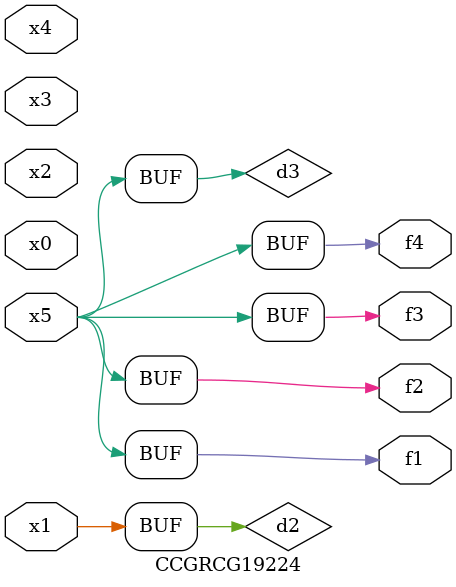
<source format=v>
module CCGRCG19224(
	input x0, x1, x2, x3, x4, x5,
	output f1, f2, f3, f4
);

	wire d1, d2, d3;

	not (d1, x5);
	or (d2, x1);
	xnor (d3, d1);
	assign f1 = d3;
	assign f2 = d3;
	assign f3 = d3;
	assign f4 = d3;
endmodule

</source>
